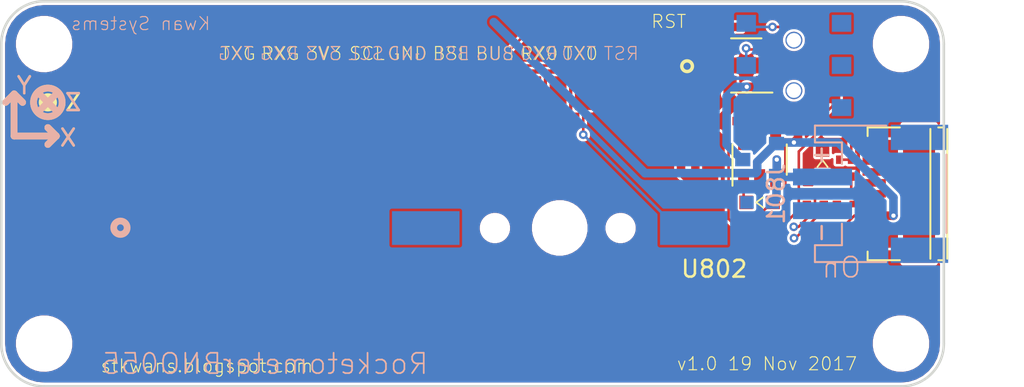
<source format=kicad_pcb>
(kicad_pcb (version 20170123) (host pcbnew no-vcs-found-84f1c8e~59~ubuntu17.04.1)
  (layers (0 Top signal) (31 Bottom signal) (34 B.Paste user hide) (35 F.Paste user hide) (36 B.SilkS user) (37 F.SilkS user) (38 B.Mask user hide) (39 F.Mask user hide) (44 Edge.Cuts user))
  (net 0 "")
  (net 1 GND)
  (net 2 VCC)
  (net 3 /Regulator/BYP)
  (net 4 /Regulator/PWR_EN)
  (net 5 /GND)
  (net 6 /VLIPO)
  (net 7 /STAT+)
  (net 8 /STAT-)
  (net 9 /PROG)
  (net 10 /VBUS)
  (net 11 /VRAW)
  (net 12 /D+)
  (net 13 /D-)
  (net 14 /USB_LIGHT-)
  (net 15 /CONN_D-)
  (net 16 /CONN_D+)
  (net 17 /CONNECT)
  (net 18 /USB_LIGHT+)
  (net 19 /ON)
  (net 20 /VBACKUP)
  (net 21 /VGPS)
  (net 22 /VCC)
  (net 23 /SDA)
  (net 24 /SCL)
  (net 25 /VS)
  (net 26 "Net-(U401-Pad10)")
  (net 27 "Net-(U401-Pad11)")
  (net 28 "Net-(U401-Pad9)")
  (net 29 /INT)
  (net 30 "Net-(U401-Pad3)")
  (module KwanSystems:SPARKFUN_JST_POWER (layer Bottom) (at 178.562 90.17 270)
    (fp_text reference J801 (at 0 5.625 270) (layer B.SilkS) (effects (justify mirror)))
    (fp_text value "JST 2mm")
    (fp_text user - (at 2.3 3 270) (layer B.SilkS) (effects (justify mirror)))
    (fp_text user + (at -2.3 3 270) (layer B.SilkS) (effects (justify mirror)))
    (fp_line (start -1.775 1.725) (end -3.05 1.725) (layer B.SilkS) (width 0.12))
    (fp_line (start -3.05 1.725) (end -3.05 3.325) (layer B.SilkS) (width 0.12))
    (fp_line (start -3.05 3.325) (end -4.05 3.325) (layer B.SilkS) (width 0.12))
    (fp_line (start -4.05 3.325) (end -4.05 -0.9) (layer B.SilkS) (width 0.12))
    (fp_line (start 4.05 -0.9) (end 4.05 3.325) (layer B.SilkS) (width 0.12))
    (fp_line (start 4.05 3.325) (end 3.05 3.325) (layer B.SilkS) (width 0.12))
    (fp_line (start 3.05 3.325) (end 3.05 1.725) (layer B.SilkS) (width 0.12))
    (fp_line (start 3.05 1.725) (end 1.775 1.725) (layer B.SilkS) (width 0.12))
    (fp_line (start -2.325 -4.475) (end 2.325 -4.475) (layer B.SilkS) (width 0.12))
    (pad + smd rect (at -1 2.875 270) (size 1 3.5) (layers Bottom B.Paste B.Mask) (net 6 /VLIPO))
    (pad - smd rect (at 1 2.875 270) (size 1 3.5) (layers Bottom B.Paste B.Mask) (net 5 /GND))
    (pad "" smd rect (at -3.35 -2.875 270) (size 1.5 3.4) (layers Bottom B.Paste B.Mask))
    (pad "" smd rect (at 3.35 -2.875 270) (size 1.5 3.4) (layers Bottom B.Paste B.Mask))
  )
  (module KwanSystems:SWITCH_DPDT_AZY0202 (layer Bottom) (at 173.99 82.55 270)
    (fp_text reference S701 hide)
    (fp_text value SPDT hide)
    (pad "" np_thru_hole circle (at -1.5 0 270) (size 1 1) (drill 0.85) (layers *.Cu *.Mask))
    (pad 4 smd rect (at -2.5 -2.825 270) (size 1 1.15) (layers Bottom B.Paste B.Mask))
    (pad 5 smd rect (at 0 -2.825 270) (size 1 1.15) (layers Bottom B.Paste B.Mask))
    (pad 3 smd rect (at 2.5 2.825 270) (size 1 1.15) (layers Bottom B.Paste B.Mask) (net 1 GND))
    (pad 6 smd rect (at 2.5 -2.825 270) (size 1 1.15) (layers Bottom B.Paste B.Mask))
    (pad 2 smd rect (at 0 2.825 270) (size 1 1.15) (layers Bottom B.Paste B.Mask) (net 4 /Regulator/PWR_EN))
    (pad 1 smd rect (at -2.5 2.825 270) (size 1 1.15) (layers Bottom B.Paste B.Mask) (net 11 /VRAW))
    (pad "" np_thru_hole circle (at 1.5 0 270) (size 1 1) (drill 0.85) (layers *.Cu *.Mask))
  )
  (module STAND-OFF-TIGHT (layer Top) (at 129.54 99.06)
    (fp_text reference JP1 hide)
    (fp_text value STAND-OFFTIGHT hide)
    (pad "" np_thru_hole circle (at 0 0) (size 3.048 3.048) (drill 3.048) (layers *.Cu))
  )
  (module STAND-OFF-TIGHT (layer Top) (at 129.54 81.28)
    (fp_text reference JP2 hide)
    (fp_text value STAND-OFFTIGHT hide)
    (pad "" np_thru_hole circle (at 0 0) (size 3.048 3.048) (drill 3.048) (layers *.Cu))
  )
  (module STAND-OFF-TIGHT (layer Top) (at 180.34 99.06)
    (fp_text reference JP4 hide)
    (fp_text value STAND-OFFTIGHT hide)
    (pad "" np_thru_hole circle (at 0 0) (size 3.048 3.048) (drill 3.048) (layers *.Cu))
  )
  (module STAND-OFF-TIGHT (layer Top) (at 180.34 81.28)
    (fp_text reference JP5 hide)
    (fp_text value STAND-OFFTIGHT hide)
    (pad "" np_thru_hole circle (at 0 0) (size 3.048 3.048) (drill 3.048) (layers *.Cu))
  )
  (module KwanSystems:SMD_0402 (layer Top) (at 173.99 82.55 180)
    (fp_text reference C704)
    (fp_text value 1uF)
    (pad 2 smd rect (at 0.55 0 180) (size 0.6 0.5) (layers Top F.Paste F.Mask) (net 1 GND))
    (pad 1 smd rect (at -0.55 0 180) (size 0.6 0.5) (layers Top F.Paste F.Mask) (net 11 /VRAW))
  )
  (module KwanSystems:SMD_0402 (layer Top) (at 171.196 80.264)
    (fp_text reference C714)
    (fp_text value 100nF)
    (pad 2 smd rect (at 0.55 0) (size 0.6 0.5) (layers Top F.Paste F.Mask) (net 1 GND))
    (pad 1 smd rect (at -0.55 0) (size 0.6 0.5) (layers Top F.Paste F.Mask) (net 3 /Regulator/BYP))
  )
  (module KwanSystems:SMD_0402 (layer Top) (at 171.196 84.836)
    (fp_text reference C715)
    (fp_text value 4.7nF)
    (pad 2 smd rect (at 0.55 0) (size 0.6 0.5) (layers Top F.Paste F.Mask) (net 1 GND))
    (pad 1 smd rect (at -0.55 0) (size 0.6 0.5) (layers Top F.Paste F.Mask) (net 2 VCC))
  )
  (module TO_SOT_Packages_SMD:SOT-23-5 (layer Top) (at 171.165 82.55 180)
    (fp_text reference U701)
    (fp_text value 3.3V)
    (fp_line (start -0.9 1.61) (end 0.9 1.61) (layer F.SilkS) (width 0.12))
    (fp_line (start 0.9 -1.61) (end -1.55 -1.61) (layer F.SilkS) (width 0.12))
    (pad 1 smd rect (at -1.1 -0.95 180) (size 1.06 0.65) (layers Top F.Paste F.Mask) (net 11 /VRAW))
    (pad 2 smd rect (at -1.1 0 180) (size 1.06 0.65) (layers Top F.Paste F.Mask) (net 1 GND))
    (pad 3 smd rect (at -1.1 0.95 180) (size 1.06 0.65) (layers Top F.Paste F.Mask) (net 4 /Regulator/PWR_EN))
    (pad 4 smd rect (at 1.1 0.95 180) (size 1.06 0.65) (layers Top F.Paste F.Mask) (net 3 /Regulator/BYP))
    (pad 5 smd rect (at 1.1 -0.95 180) (size 1.06 0.65) (layers Top F.Paste F.Mask) (net 2 VCC))
  )
  (module KwanSystems:Axis (layer Top) (at 127.762 86.741)
    (fp_text reference U599 hide)
    (fp_text value FGPMMOPA6H hide)
    (fp_line (start -0.5 -2) (end 0 -2.5) (layer F.SilkS) (width 0.4))
    (fp_line (start 0 -2.5) (end 0.5 -2) (layer F.SilkS) (width 0.4))
    (fp_line (start 0.5 -2) (end 0 -2.5) (layer F.SilkS) (width 0.4))
    (fp_line (start 0 -2.5) (end 0 0) (layer F.SilkS) (width 0.4))
    (fp_line (start 0 0) (end 2.5 0) (layer F.SilkS) (width 0.4))
    (fp_line (start 2.5 0) (end 2 -0.5) (layer F.SilkS) (width 0.4))
    (fp_line (start 2 -0.5) (end 2.5 0) (layer F.SilkS) (width 0.4))
    (fp_line (start 2.5 0) (end 2 0.5) (layer F.SilkS) (width 0.4))
    (fp_text user Y (at 0.6 -3) (layer F.SilkS))
    (fp_text user X (at 3.2 0.1) (layer F.SilkS))
    (fp_circle (center 2 -2) (end 2.6 -1.4) (layer F.SilkS) (width 0.4))
    (fp_circle (center 2 -2) (end 2.1 -1.9) (layer F.SilkS) (width 0.4))
    (fp_text user Z (at 3.5 -2) (layer F.SilkS))
    (fp_line (start -0.5 -2) (end 0 -2.5) (layer B.SilkS) (width 0.4))
    (fp_line (start 0 -2.5) (end 0.5 -2) (layer B.SilkS) (width 0.4))
    (fp_line (start 0.5 -2) (end 0 -2.5) (layer B.SilkS) (width 0.4))
    (fp_line (start 0 -2.5) (end 0 0) (layer B.SilkS) (width 0.4))
    (fp_line (start 0 0) (end 2.5 0) (layer B.SilkS) (width 0.4))
    (fp_line (start 2.5 0) (end 2 -0.5) (layer B.SilkS) (width 0.4))
    (fp_line (start 2 -0.5) (end 2.5 0) (layer B.SilkS) (width 0.4))
    (fp_line (start 2.5 0) (end 2 0.5) (layer B.SilkS) (width 0.4))
    (fp_text user X (at 3.2 0.1) (layer B.SilkS) (effects (justify mirror)))
    (fp_text user Y (at 0.6 -3) (layer B.SilkS) (effects (justify mirror)))
    (fp_text user Z (at 3.5 -2) (layer B.SilkS) (effects (justify mirror)))
    (fp_circle (center 2 -2) (end 2.6 -1.4) (layer B.SilkS) (width 0.4))
    (fp_line (start 1.4 -2.6) (end 2.6 -1.4) (layer B.SilkS) (width 0.4))
    (fp_line (start 2.6 -2.6) (end 1.4 -1.4) (layer B.SilkS) (width 0.4))
  )
  (module KwanSystems:SMD_0603 (layer Top) (at 173.482 85.852 180)
    (fp_text reference C802)
    (fp_text value 4.7uF)
    (pad 1 smd rect (at -0.75 0 180) (size 0.8 0.75) (layers Top F.Paste F.Mask) (net 10 /VBUS))
    (pad 2 smd rect (at 0.75 0 180) (size 0.8 0.75) (layers Top F.Paste F.Mask) (net 5 /GND))
  )
  (module KwanSystems:SMD_0603 (layer Bottom) (at 171.958 90.678 180)
    (fp_text reference C803)
    (fp_text value 4.7uF)
    (pad 2 smd rect (at 0.75 0 180) (size 0.8 0.75) (layers Bottom B.Paste B.Mask) (net 5 /GND))
    (pad 1 smd rect (at -0.75 0 180) (size 0.8 0.75) (layers Bottom B.Paste B.Mask) (net 6 /VLIPO))
  )
  (module KwanSystems:D_0603 (layer Top) (at 171.958 90.678)
    (fp_text reference D801)
    (fp_text value YELLOW)
    (fp_line (start -0.2 0) (end 0.2 -0.3) (layer F.SilkS) (width 0.1))
    (fp_line (start 0.2 0.3) (end -0.2 0) (layer F.SilkS) (width 0.1))
    (pad 2 smd rect (at 0.8 0 180) (size 0.8 0.8) (layers Top F.Paste F.Mask) (net 7 /STAT+))
    (pad 1 smd rect (at -0.8 0 180) (size 0.8 0.8) (layers Top F.Paste F.Mask) (net 8 /STAT-))
  )
  (module KwanSystems:SOT-23 (layer Bottom) (at 171.958 88.138 180)
    (fp_text reference D802 hide)
    (fp_text value DCC)
    (pad 1 smd rect (at -1 0.95 180) (size 0.9 0.8) (layers Bottom B.Paste B.Mask) (net 10 /VBUS))
    (pad 2 smd rect (at -1 -0.95 180) (size 0.9 0.8) (layers Bottom B.Paste B.Mask) (net 6 /VLIPO))
    (pad 3 smd rect (at 1 0 180) (size 0.9 0.8) (layers Bottom B.Paste B.Mask) (net 11 /VRAW))
  )
  (module KwanSystems:SMD_0402 (layer Top) (at 171.196 85.852 180)
    (fp_text reference R801)
    (fp_text value 10k)
    (pad 1 smd rect (at -0.55 0 180) (size 0.6 0.5) (layers Top F.Paste F.Mask) (net 5 /GND))
    (pad 2 smd rect (at 0.55 0 180) (size 0.6 0.5) (layers Top F.Paste F.Mask) (net 9 /PROG))
  )
  (module KwanSystems:SMD_0402 (layer Top) (at 171.916 91.948 180)
    (fp_text reference R804)
    (fp_text value 1.5k)
    (pad 2 smd rect (at 0.55 0 180) (size 0.6 0.5) (layers Top F.Paste F.Mask) (net 7 /STAT+))
    (pad 1 smd rect (at -0.55 0 180) (size 0.6 0.5) (layers Top F.Paste F.Mask) (net 10 /VBUS))
  )
  (module TO_SOT_Packages_SMD:SOT-23-5 (layer Top) (at 171.958 88.138 90)
    (fp_text reference U801 hide)
    (fp_text value MCP73831)
    (fp_line (start 0.9 -1.61) (end -1.55 -1.61) (layer F.SilkS) (width 0.12))
    (fp_line (start -0.9 1.61) (end 0.9 1.61) (layer F.SilkS) (width 0.12))
    (pad 5 smd rect (at 1.1 -0.95 90) (size 1.06 0.65) (layers Top F.Paste F.Mask) (net 9 /PROG))
    (pad 4 smd rect (at 1.1 0.95 90) (size 1.06 0.65) (layers Top F.Paste F.Mask) (net 10 /VBUS))
    (pad 3 smd rect (at -1.1 0.95 90) (size 1.06 0.65) (layers Top F.Paste F.Mask) (net 6 /VLIPO))
    (pad 2 smd rect (at -1.1 0 90) (size 1.06 0.65) (layers Top F.Paste F.Mask) (net 5 /GND))
    (pad 1 smd rect (at -1.1 -0.95 90) (size 1.06 0.65) (layers Top F.Paste F.Mask) (net 8 /STAT-))
  )
  (module KwanSystems:R_Array_Convex_2x0402 (layer Top) (at 175.26 90.424 180)
    (fp_text reference C623)
    (fp_text value 22pF)
    (pad 4 smd rect (at 0.5 -0.35 180) (size 0.5 0.4) (layers Top F.Paste F.Mask) (net 5 /GND))
    (pad 3 smd rect (at 0.5 0.35 180) (size 0.5 0.4) (layers Top F.Paste F.Mask) (net 5 /GND))
    (pad 2 smd rect (at -0.5 0.35 180) (size 0.5 0.4) (layers Top F.Paste F.Mask) (net 12 /D+))
    (pad 1 smd rect (at -0.5 -0.35 180) (size 0.5 0.4) (layers Top F.Paste F.Mask) (net 13 /D-))
  )
  (module KwanSystems:D_0603 (layer Top) (at 175.687 88.37 270)
    (fp_text reference D650)
    (fp_text value BLUE)
    (fp_line (start -0.2 0) (end 0.2 -0.3) (layer F.SilkS) (width 0.1))
    (fp_line (start 0.2 0.3) (end -0.2 0) (layer F.SilkS) (width 0.1))
    (pad 2 smd rect (at 0.8 0 90) (size 0.8 0.8) (layers Top F.Paste F.Mask) (net 14 /USB_LIGHT-))
    (pad 1 smd rect (at -0.8 0 90) (size 0.8 0.8) (layers Top F.Paste F.Mask) (net 5 /GND))
  )
  (module KwanSystems:SOT-23 (layer Top) (at 177.292 85.344)
    (fp_text reference Q650 hide)
    (fp_text value PMOS)
    (pad 1 smd rect (at -1 -0.95) (size 0.9 0.8) (layers Top F.Paste F.Mask) (net 17 /CONNECT))
    (pad 2 smd rect (at -1 0.95) (size 0.9 0.8) (layers Top F.Paste F.Mask))
    (pad 3 smd rect (at 1 0) (size 0.9 0.8) (layers Top F.Paste F.Mask) (net 18 /USB_LIGHT+))
  )
  (module KwanSystems:SMD_0402 (layer Top) (at 177.292 93.218 270)
    (fp_text reference R611)
    (fp_text value 22k)
    (pad 2 smd rect (at 0.55 0 270) (size 0.6 0.5) (layers Top F.Paste F.Mask) (net 19 /ON))
    (pad 1 smd rect (at -0.55 0 270) (size 0.6 0.5) (layers Top F.Paste F.Mask) (net 5 /GND))
  )
  (module KwanSystems:R_Array_Convex_2x0402 (layer Top) (at 177.038 90.424)
    (fp_text reference R623)
    (fp_text value 33)
    (pad 1 smd rect (at -0.5 -0.35) (size 0.5 0.4) (layers Top F.Paste F.Mask) (net 12 /D+))
    (pad 2 smd rect (at -0.5 0.35) (size 0.5 0.4) (layers Top F.Paste F.Mask) (net 13 /D-))
    (pad 3 smd rect (at 0.5 0.35) (size 0.5 0.4) (layers Top F.Paste F.Mask) (net 15 /CONN_D-))
    (pad 4 smd rect (at 0.5 -0.35) (size 0.5 0.4) (layers Top F.Paste F.Mask) (net 16 /CONN_D+))
  )
  (module KwanSystems:R_Array_Convex_2x0402 (layer Top) (at 177.038 88.646 270)
    (fp_text reference R650)
    (fp_text value 1.5k)
    (pad 4 smd rect (at 0.5 -0.35 270) (size 0.5 0.4) (layers Top F.Paste F.Mask) (net 16 /CONN_D+))
    (pad 3 smd rect (at 0.5 0.35 270) (size 0.5 0.4) (layers Top F.Paste F.Mask) (net 14 /USB_LIGHT-))
    (pad 2 smd rect (at -0.5 0.35 270) (size 0.5 0.4) (layers Top F.Paste F.Mask) (net 18 /USB_LIGHT+))
    (pad 1 smd rect (at -0.5 -0.35 270) (size 0.5 0.4) (layers Top F.Paste F.Mask) (net 18 /USB_LIGHT+))
  )
  (module KwanSystems:R_Array_Convex_2x0402 (layer Top) (at 176.022 93.218 90)
    (fp_text reference R651)
    (fp_text value 10k)
    (pad 1 smd rect (at -0.5 -0.35 90) (size 0.5 0.4) (layers Top F.Paste F.Mask) (net 2 VCC))
    (pad 2 smd rect (at -0.5 0.35 90) (size 0.5 0.4) (layers Top F.Paste F.Mask) (net 19 /ON))
    (pad 3 smd rect (at 0.5 0.35 90) (size 0.5 0.4) (layers Top F.Paste F.Mask) (net 10 /VBUS))
    (pad 4 smd rect (at 0.5 -0.35 90) (size 0.5 0.4) (layers Top F.Paste F.Mask) (net 17 /CONNECT))
  )
  (module KwanSystems:USB_Micro-B_Molex_47346-0001 (layer Top) (at 182.88 90.17 180)
    (fp_text reference J601)
    (fp_text value USB_MICROB)
    (fp_line (start 4.52 3.94) (end 4.52 3.43) (layer F.SilkS) (width 0.12))
    (fp_line (start 0.33 3.94) (end 0.07 3.94) (layer F.SilkS) (width 0.12))
    (fp_line (start 4.52 3.94) (end 2.61 3.94) (layer F.SilkS) (width 0.12))
    (fp_line (start 4.52 -3.94) (end 4.52 -3.43) (layer F.SilkS) (width 0.12))
    (fp_line (start 2.61 -3.94) (end 4.52 -3.94) (layer F.SilkS) (width 0.12))
    (fp_line (start 0.07 -3.94) (end 0.33 -3.94) (layer F.SilkS) (width 0.12))
    (fp_line (start 0.8 -3.85) (end 0.8 3.85) (layer F.SilkS) (width 0.12))
    (fp_line (start -0.2 -3.85) (end -0.2 3.85) (layer F.SilkS) (width 0.12))
    (pad 1 smd rect (at 4.13 -1.3 180) (size 1.38 0.45) (layers Top F.Paste F.Mask) (net 10 /VBUS))
    (pad 2 smd rect (at 4.13 -0.65 180) (size 1.38 0.45) (layers Top F.Paste F.Mask) (net 15 /CONN_D-))
    (pad 3 smd rect (at 4.13 0 180) (size 1.38 0.45) (layers Top F.Paste F.Mask) (net 16 /CONN_D+))
    (pad 4 smd rect (at 4.13 0.65 180) (size 1.38 0.45) (layers Top F.Paste F.Mask))
    (pad 5 smd rect (at 4.13 1.3 180) (size 1.38 0.45) (layers Top F.Paste F.Mask) (net 5 /GND))
    (pad 6 smd rect (at 3.77 -2.4625 180) (size 2.1 1.475) (layers Top F.Paste F.Mask) (net 5 /GND))
    (pad 6 smd rect (at 3.77 2.4625 180) (size 2.1 1.475) (layers Top F.Paste F.Mask) (net 5 /GND))
    (pad 6 smd rect (at 1.47 -2.91 180) (size 1.9 2.375) (layers Top F.Paste F.Mask) (net 5 /GND))
    (pad 6 smd rect (at 1.47 2.91 180) (size 1.9 2.375) (layers Top F.Paste F.Mask) (net 5 /GND))
    (pad 6 smd rect (at 1.47 -0.84 180) (size 1.9 1.175) (layers Top F.Paste F.Mask) (net 5 /GND))
    (pad 6 smd rect (at 1.47 0.84 180) (size 1.9 1.175) (layers Top F.Paste F.Mask) (net 5 /GND))
  )
  (module KwanSystems:CR1220-2 (layer Bottom) (at 159.766 92.202)
    (fp_text reference B504)
    (fp_text value Coin_Cell)
    (pad "" np_thru_hole circle (at 3.95 0) (size 1.5 1.5) (drill 1.5) (layers *.Cu))
    (pad "" np_thru_hole circle (at -3.5 0) (size 1.5 1.5) (drill 1.5) (layers *.Cu))
    (pad - smd rect (at -7.6 0) (size 4 2) (layers Bottom B.Paste B.Mask) (net 5 /GND))
    (pad + smd rect (at 8.29 0) (size 4 2) (layers Bottom B.Paste B.Mask) (net 20 /VBACKUP))
  )
  (module KwanSystems:SMD_0402 (layer Top) (at 168.148 87.884 90)
    (fp_text reference C501)
    (fp_text value 100nF)
    (pad 2 smd rect (at 0.55 0 90) (size 0.6 0.5) (layers Top F.Paste F.Mask) (net 21 /VGPS))
    (pad 1 smd rect (at -0.55 0 90) (size 0.6 0.5) (layers Top F.Paste F.Mask) (net 5 /GND))
  )
  (module KwanSystems:SMD_1206 (layer Top) (at 168.656 90.932 90)
    (fp_text reference C503 hide)
    (fp_text value 10uF)
    (pad 2 smd rect (at 1.45 0 90) (size 0.9 1.7) (layers Top F.Paste F.Mask) (net 21 /VGPS))
    (pad 1 smd rect (at -1.45 0 90) (size 0.9 1.7) (layers Top F.Paste F.Mask) (net 5 /GND))
  )
  (module KwanSystems:SMD_0805 (layer Top) (at 168.402 85.09 90)
    (fp_text reference L501)
    (fp_text value Ferrite)
    (pad 1 smd rect (at -1 0 90) (size 1 1.25) (layers Top F.Paste F.Mask) (net 2 VCC))
    (pad 2 smd rect (at 1 0 90) (size 1 1.25) (layers Top F.Paste F.Mask) (net 21 /VGPS))
  )
  (module KwanSystems:FGPMMOPA6H (layer Top) (at 159.258 91.694 270)
    (fp_text reference U501 hide)
    (fp_text value FGPMMOPA6H hide)
    (fp_circle (center -9.1 -8.4) (end -8.7838 -8.4) (layer F.SilkS) (width 0.2032))
    (pad "" np_thru_hole circle (at 0.5 -0.85 270) (size 3 3) (drill 3) (layers *.Cu))
    (pad 20 smd rect (at 7.5 -6.75 90) (size 2 1) (layers Top F.Paste F.Mask))
    (pad 19 smd rect (at 7.5 -5.25 90) (size 2 1) (layers Top F.Paste F.Mask) (net 5 /GND))
    (pad 18 smd rect (at 7.5 -3.75 90) (size 2 1) (layers Top F.Paste F.Mask))
    (pad 17 smd rect (at 7.5 -2.25 90) (size 2 1) (layers Top F.Paste F.Mask))
    (pad 16 smd rect (at 7.5 -0.75 90) (size 2 1) (layers Top F.Paste F.Mask))
    (pad 15 smd rect (at 7.5 0.75 90) (size 2 1) (layers Top F.Paste F.Mask))
    (pad 14 smd rect (at 7.5 2.25 90) (size 2 1) (layers Top F.Paste F.Mask))
    (pad 13 smd rect (at 7.5 3.75 90) (size 2 1) (layers Top F.Paste F.Mask))
    (pad 12 smd rect (at 7.5 5.25 90) (size 2 1) (layers Top F.Paste F.Mask) (net 5 /GND))
    (pad 11 smd rect (at 7.5 6.75 90) (size 2 1) (layers Top F.Paste F.Mask))
    (pad 10 smd rect (at -7.5 6.75 270) (size 2 1) (layers Top F.Paste F.Mask))
    (pad 9 smd rect (at -7.5 5.25 270) (size 2 1) (layers Top F.Paste F.Mask))
    (pad 8 smd rect (at -7.5 3.75 270) (size 2 1) (layers Top F.Paste F.Mask) (net 5 /GND))
    (pad 7 smd rect (at -7.5 2.25 270) (size 2 1) (layers Top F.Paste F.Mask))
    (pad 6 smd rect (at -7.5 0.75 270) (size 2 1) (layers Top F.Paste F.Mask))
    (pad 5 smd rect (at -7.5 -0.75 270) (size 2 1) (layers Top F.Paste F.Mask))
    (pad 4 smd rect (at -7.5 -2.25 270) (size 2 1) (layers Top F.Paste F.Mask) (net 20 /VBACKUP))
    (pad 3 smd rect (at -7.5 -3.75 270) (size 2 1) (layers Top F.Paste F.Mask) (net 5 /GND))
    (pad 2 smd rect (at -7.5 -5.25 270) (size 2 1) (layers Top F.Paste F.Mask))
    (pad 1 smd rect (at -7.5 -6.75 270) (size 2 1) (layers Top F.Paste F.Mask) (net 21 /VGPS))
  )
  (module KwanSystems:SMD_0603 (layer Top) (at 172.212 96.774 180)
    (fp_text reference C806)
    (fp_text value 100nF)
    (pad 1 smd rect (at -0.75 0 180) (size 0.8 0.75) (layers Top F.Paste F.Mask) (net 5 /GND))
    (pad 2 smd rect (at 0.75 0 180) (size 0.8 0.75) (layers Top F.Paste F.Mask) (net 22 /VCC))
  )
  (module KwanSystems:SMD_0603 (layer Top) (at 172.212 98.298 180)
    (fp_text reference C808)
    (fp_text value 100nF)
    (pad 2 smd rect (at 0.75 0 180) (size 0.8 0.75) (layers Top F.Paste F.Mask) (net 22 /VCC))
    (pad 1 smd rect (at -0.75 0 180) (size 0.8 0.75) (layers Top F.Paste F.Mask) (net 5 /GND))
  )
  (module KwanSystems:BME280 (layer Top) (at 169.214022 97.130144 180)
    (fp_text reference U802 (at -0.05 2.5 180) (layer F.SilkS))
    (fp_text value BME280)
    (pad 2 smd rect (at 1.025 -0.325 180) (size 0.5 0.35) (layers Top F.Paste F.Mask) (net 22 /VCC))
    (pad 8 smd rect (at -1.025 -0.975 180) (size 0.5 0.35) (layers Top F.Paste F.Mask) (net 22 /VCC))
    (pad 3 smd rect (at 1.025 0.325 180) (size 0.5 0.35) (layers Top F.Paste F.Mask) (net 23 /SDA))
    (pad 1 smd rect (at 1.025 -0.975 180) (size 0.5 0.35) (layers Top F.Paste F.Mask) (net 5 /GND))
    (pad 4 smd rect (at 1.025 0.975 180) (size 0.5 0.35) (layers Top F.Paste F.Mask) (net 24 /SCL))
    (pad 5 smd rect (at -1.025 0.975 180) (size 0.5 0.35) (layers Top F.Paste F.Mask) (net 5 /GND))
    (pad 7 smd rect (at -1.025 -0.325 180) (size 0.5 0.35) (layers Top F.Paste F.Mask) (net 5 /GND))
    (pad 6 smd rect (at -1.025 0.325 180) (size 0.5 0.35) (layers Top F.Paste F.Mask) (net 22 /VCC))
  )
  (module KwanSystems:SMD_0402 (layer Bottom) (at 132.842 92.71 180)
    (fp_text reference C401)
    (fp_text value 100nF)
    (pad 2 smd rect (at 0.55 0 180) (size 0.6 0.5) (layers Bottom B.Paste B.Mask) (net 5 /GND))
    (pad 1 smd rect (at -0.55 0 180) (size 0.6 0.5) (layers Bottom B.Paste B.Mask) (net 22 /VCC))
  )
  (module KwanSystems:SMD_0402 (layer Bottom) (at 129.286 92.71)
    (fp_text reference C405)
    (fp_text value 100nF)
    (pad 1 smd rect (at -0.55 0) (size 0.6 0.5) (layers Bottom B.Paste B.Mask) (net 25 /VS))
    (pad 2 smd rect (at 0.55 0) (size 0.6 0.5) (layers Bottom B.Paste B.Mask) (net 5 /GND))
  )
  (module KwanSystems:SMD_0402 (layer Bottom) (at 129.286 93.726)
    (fp_text reference C406)
    (fp_text value 1uF)
    (pad 2 smd rect (at 0.55 0) (size 0.6 0.5) (layers Bottom B.Paste B.Mask) (net 5 /GND))
    (pad 1 smd rect (at -0.55 0) (size 0.6 0.5) (layers Bottom B.Paste B.Mask) (net 25 /VS))
  )
  (module KwanSystems:SMD_0402 (layer Bottom) (at 129.286 94.742 180)
    (fp_text reference R406)
    (fp_text value 100)
    (pad 1 smd rect (at -0.55 0 180) (size 0.6 0.5) (layers Bottom B.Paste B.Mask) (net 22 /VCC))
    (pad 2 smd rect (at 0.55 0 180) (size 0.6 0.5) (layers Bottom B.Paste B.Mask) (net 25 /VS))
  )
  (module KwanSystems:ADXL375 (layer Bottom) (at 131.064 90.182873)
    (fp_text reference U401)
    (fp_text value ADXL375)
    (fp_circle (center 3 2) (end 3 1.6) (layer B.SilkS) (width 0.4))
    (pad 13 smd rect (at 2 -1.0975 90) (size 1.145 0.55) (layers Bottom B.Paste B.Mask) (net 23 /SDA))
    (pad 12 smd rect (at 1.2 -1.0975 90) (size 1.145 0.55) (layers Bottom B.Paste B.Mask) (net 5 /GND))
    (pad 10 smd rect (at -0.4 -1.0975 90) (size 1.145 0.55) (layers Bottom B.Paste B.Mask) (net 26 "Net-(U401-Pad10)"))
    (pad 11 smd rect (at 0.4 -1.0975 90) (size 1.145 0.55) (layers Bottom B.Paste B.Mask) (net 27 "Net-(U401-Pad11)"))
    (pad 9 smd rect (at -1.2 -1.0975 90) (size 1.145 0.55) (layers Bottom B.Paste B.Mask) (net 28 "Net-(U401-Pad9)"))
    (pad 8 smd rect (at -2 -1.0975 90) (size 1.145 0.55) (layers Bottom B.Paste B.Mask) (net 29 /INT))
    (pad 1 smd rect (at 2 1.0975 90) (size 1.145 0.55) (layers Bottom B.Paste B.Mask) (net 22 /VCC))
    (pad 2 smd rect (at 1.2 1.0975 90) (size 1.145 0.55) (layers Bottom B.Paste B.Mask) (net 5 /GND))
    (pad 3 smd rect (at 0.4 1.0975 90) (size 1.145 0.55) (layers Bottom B.Paste B.Mask) (net 30 "Net-(U401-Pad3)"))
    (pad 4 smd rect (at -0.4 1.0975 90) (size 1.145 0.55) (layers Bottom B.Paste B.Mask) (net 5 /GND))
    (pad 5 smd rect (at -1.2 1.0975 90) (size 1.145 0.55) (layers Bottom B.Paste B.Mask) (net 5 /GND))
    (pad 6 smd rect (at -2 1.0975 90) (size 1.145 0.55) (layers Bottom B.Paste B.Mask) (net 25 /VS))
    (pad 7 smd rect (at -2.0975 0) (size 1.145 0.55) (layers Bottom B.Paste B.Mask) (net 22 /VCC))
    (pad 14 smd rect (at 2.0975 0) (size 1.145 0.55) (layers Bottom B.Paste B.Mask) (net 24 /SCL))
  )
  (gr_text RST (at 164.846 82.296) (layer B.SilkS) (effects (font (size 0.77216 0.77216) (thickness 0.065024)) (justify left bottom mirror)))
  (gr_text TX0 (at 162.306 82.296) (layer B.SilkS) (effects (font (size 0.77216 0.77216) (thickness 0.065024)) (justify left bottom mirror)))
  (gr_text RX0 (at 160.02 82.296) (layer B.SilkS) (effects (font (size 0.77216 0.77216) (thickness 0.065024)) (justify left bottom mirror)))
  (gr_text BUS (at 157.48 82.296) (layer B.SilkS) (effects (font (size 0.77216 0.77216) (thickness 0.065024)) (justify left bottom mirror)))
  (gr_text BSL (at 154.813 82.296) (layer B.SilkS) (effects (font (size 0.77216 0.77216) (thickness 0.065024)) (justify left bottom mirror)))
  (gr_text GND (at 152.273 82.296) (layer B.SilkS) (effects (font (size 0.77216 0.77216) (thickness 0.065024)) (justify left bottom mirror)))
  (gr_text SCL (at 149.733 82.296) (layer B.SilkS) (effects (font (size 0.77216 0.77216) (thickness 0.065024)) (justify left bottom mirror)))
  (gr_text 3V3 (at 147.193 82.296) (layer B.SilkS) (effects (font (size 0.77216 0.77216) (thickness 0.065024)) (justify left bottom mirror)))
  (gr_text RXG (at 144.653 82.296) (layer B.SilkS) (effects (font (size 0.77216 0.77216) (thickness 0.065024)) (justify left bottom mirror)))
  (gr_text TXG (at 141.986 82.296) (layer B.SilkS) (effects (font (size 0.77216 0.77216) (thickness 0.065024)) (justify left bottom mirror)))
  (gr_text TXG (at 139.954 82.296) (layer F.SilkS) (effects (font (size 0.77216 0.77216) (thickness 0.065024)) (justify left bottom)))
  (gr_text RXG (at 142.367 82.296) (layer F.SilkS) (effects (font (size 0.77216 0.77216) (thickness 0.065024)) (justify left bottom)))
  (gr_text RST (at 165.481 80.391) (layer F.SilkS) (effects (font (size 0.77216 0.77216) (thickness 0.065024)) (justify left bottom)))
  (gr_text TX0 (at 160.274 82.296) (layer F.SilkS) (effects (font (size 0.77216 0.77216) (thickness 0.065024)) (justify left bottom)))
  (gr_line (start 129.54 78.74) (end 180.34 78.74) (layer Edge.Cuts) (width 0.15))
  (gr_line (start 182.88 81.28) (end 182.88 99.06) (layer Edge.Cuts) (width 0.15))
  (gr_arc (start 180.34 99.06) (end 182.88 99.06) (angle 90) (layer Edge.Cuts) (width 0.15))
  (gr_line (start 180.34 101.6) (end 129.54 101.6) (layer Edge.Cuts) (width 0.15))
  (gr_arc (start 129.54 99.06) (end 129.54 101.6) (angle 90) (layer Edge.Cuts) (width 0.15))
  (gr_line (start 127 99.06) (end 127 81.28) (layer Edge.Cuts) (width 0.15))
  (gr_arc (start 129.54 81.28) (end 127 81.28) (angle 90) (layer Edge.Cuts) (width 0.15))
  (gr_text On (at 178.054 95.25) (layer B.SilkS) (effects (font (size 1.2065 1.2065) (thickness 0.1016)) (justify left bottom mirror)))
  (gr_text BSL (at 152.527 82.296) (layer F.SilkS) (effects (font (size 0.77216 0.77216) (thickness 0.065024)) (justify left bottom)))
  (gr_text RX0 (at 157.734 82.296) (layer F.SilkS) (effects (font (size 0.77216 0.77216) (thickness 0.065024)) (justify left bottom)))
  (gr_text GND (at 149.86 82.296) (layer F.SilkS) (effects (font (size 0.77216 0.77216) (thickness 0.065024)) (justify left bottom)))
  (gr_text RocketometerBNO055 (at 152.4 100.965) (layer B.SilkS) (effects (font (size 1.2065 1.2065) (thickness 0.1016)) (justify left bottom mirror)))
  (gr_text "v1.0 19 Nov 2017" (at 167.005 100.711) (layer F.SilkS) (effects (font (size 0.77216 0.77216) (thickness 0.065024)) (justify left bottom)))
  (gr_text "Kwan Systems" (at 139.446 80.518) (layer B.SilkS) (effects (font (size 0.77216 0.77216) (thickness 0.065024)) (justify left bottom mirror)))
  (gr_text stkwans.blogspot.com (at 132.842 100.838) (layer F.SilkS) (effects (font (size 0.77216 0.77216) (thickness 0.065024)) (justify left bottom)))
  (gr_text SCL (at 147.574 82.296) (layer F.SilkS) (effects (font (size 0.77216 0.77216) (thickness 0.065024)) (justify left bottom)))
  (gr_text BUS (at 155.067 82.296) (layer F.SilkS) (effects (font (size 0.77216 0.77216) (thickness 0.065024)) (justify left bottom)))
  (gr_text 3V3 (at 145.034 82.296) (layer F.SilkS) (effects (font (size 0.77216 0.77216) (thickness 0.065024)) (justify left bottom)))
  (gr_arc (start 180.34 81.28) (end 180.34 78.74) (angle 90) (layer Edge.Cuts) (width 0.15))
  (segment (start 169.535 86.09) (end 170.117399 86.672399) (width 0.1524) (layer Top) (net 2))
  (segment (start 170.117399 86.672399) (end 170.117399 91.660881) (width 0.1524) (layer Top) (net 2))
  (segment (start 169.541853 85.817864) (end 169.541853 86.083147) (width 0.508) (layer Top) (net 2))
  (segment (start 169.541853 86.083147) (end 169.535 86.09) (width 0.508) (layer Top) (net 2))
  (segment (start 169.535 86.09) (end 168.402 86.09) (width 0.508) (layer Top) (net 2))
  (segment (start 170.523717 84.836) (end 169.541853 85.817864) (width 0.508) (layer Top) (net 2))
  (segment (start 170.646 84.836) (end 170.523717 84.836) (width 0.508) (layer Top) (net 2))
  (segment (start 170.646 84.836) (end 170.596 84.836) (width 0.1524) (layer Top) (net 2))
  (segment (start 172.226842 93.770324) (end 175.352041 93.770324) (width 0.1524) (layer Top) (net 2))
  (segment (start 175.352647 93.77093) (end 175.61907 93.77093) (width 0.1524) (layer Top) (net 2))
  (segment (start 170.117399 91.660881) (end 172.226842 93.770324) (width 0.1524) (layer Top) (net 2))
  (segment (start 175.352041 93.770324) (end 175.352647 93.77093) (width 0.1524) (layer Top) (net 2))
  (segment (start 175.61907 93.77093) (end 175.672 93.718) (width 0.1524) (layer Top) (net 2))
  (segment (start 170.065 83.5) (end 170.065 84.255) (width 0.508) (layer Top) (net 2))
  (segment (start 170.065 84.255) (end 170.646 84.836) (width 0.508) (layer Top) (net 2))
  (segment (start 165.165094 88.944401) (end 156.196563 79.97587) (width 0.508) (layer Bottom) (net 10))
  (segment (start 172.958 87.188) (end 172.908 87.188) (width 0.508) (layer Bottom) (net 10))
  (segment (start 172.908 87.188) (end 171.814401 88.281599) (width 0.508) (layer Bottom) (net 10))
  (segment (start 171.814401 88.281599) (end 171.814401 88.863121) (width 0.508) (layer Bottom) (net 10))
  (segment (start 171.814401 88.863121) (end 171.733121 88.944401) (width 0.508) (layer Bottom) (net 10))
  (segment (start 171.733121 88.944401) (end 165.165094 88.944401) (width 0.508) (layer Bottom) (net 10))
  (segment (start 179.891491 91.465778) (end 179.891491 90.392969) (width 0.508) (layer Bottom) (net 10))
  (segment (start 179.891491 90.392969) (end 176.620522 87.122) (width 0.508) (layer Bottom) (net 10))
  (segment (start 178.75 91.47) (end 179.887269 91.47) (width 0.508) (layer Top) (net 10))
  (segment (start 179.887269 91.47) (end 179.891491 91.465778) (width 0.508) (layer Top) (net 10))
  (via (at 179.891491 91.465778) (size 0.508) (drill 0.254) (layers Top Bottom) (net 10))
  (segment (start 178.75 91.47) (end 177.57 91.47) (width 0.1524) (layer Top) (net 10))
  (segment (start 177.57 91.47) (end 176.372 92.668) (width 0.1524) (layer Top) (net 10))
  (segment (start 176.372 92.668) (end 176.372 92.718) (width 0.1524) (layer Top) (net 10))
  (segment (start 176.620522 87.122) (end 174.34921 87.122) (width 0.508) (layer Bottom) (net 10))
  (segment (start 174.34921 87.122) (end 173.99 87.122) (width 0.508) (layer Bottom) (net 10))
  (segment (start 172.466 91.948) (end 172.9184 91.948) (width 0.1524) (layer Top) (net 10))
  (segment (start 172.9184 91.948) (end 173.482 91.3844) (width 0.1524) (layer Top) (net 10))
  (segment (start 173.482 91.3844) (end 173.482 87.122) (width 0.1524) (layer Top) (net 10))
  (segment (start 174.54 82.55) (end 174.54 82.1476) (width 0.1524) (layer Top) (net 11))
  (segment (start 174.54 82.1476) (end 174.718601 81.968999) (width 0.1524) (layer Top) (net 11))
  (segment (start 174.718601 81.968999) (end 174.718601 80.700271) (width 0.1524) (layer Top) (net 11))
  (segment (start 174.718601 80.700271) (end 174.28233 80.264) (width 0.1524) (layer Top) (net 11))
  (segment (start 174.28233 80.264) (end 173.07921 80.264) (width 0.1524) (layer Top) (net 11))
  (segment (start 173.07921 80.264) (end 172.72 80.264) (width 0.1524) (layer Top) (net 11))
  (segment (start 172.265 83.5) (end 172.265 83.666474) (width 0.508) (layer Top) (net 11))
  (segment (start 174.54 83.308) (end 174.54 82.55) (width 0.508) (layer Top) (net 11))
  (segment (start 172.265 83.666474) (end 173.554927 84.956401) (width 0.508) (layer Top) (net 11))
  (segment (start 173.554927 84.956401) (end 174.425073 84.956401) (width 0.508) (layer Top) (net 11))
  (segment (start 174.896401 83.664401) (end 174.54 83.308) (width 0.508) (layer Top) (net 11))
  (segment (start 174.425073 84.956401) (end 174.896401 84.485073) (width 0.508) (layer Top) (net 11))
  (segment (start 174.896401 84.485073) (end 174.896401 83.664401) (width 0.508) (layer Top) (net 11))
  (segment (start 171.196 83.82) (end 170.588478 83.82) (width 0.508) (layer Bottom) (net 11))
  (segment (start 170.588478 83.82) (end 170 84.408478) (width 0.508) (layer Bottom) (net 11))
  (segment (start 170 84.408478) (end 170 87.23) (width 0.508) (layer Bottom) (net 11))
  (segment (start 170 87.23) (end 170.908 88.138) (width 0.508) (layer Bottom) (net 11))
  (segment (start 170.908 88.138) (end 170.958 88.138) (width 0.508) (layer Bottom) (net 11))
  (segment (start 171.196 83.82) (end 171.945 83.82) (width 0.508) (layer Top) (net 11))
  (segment (start 171.945 83.82) (end 172.265 83.5) (width 0.508) (layer Top) (net 11))
  (via (at 171.196 83.82) (size 0.508) (drill 0.254) (layers Top Bottom) (net 11))
  (segment (start 173.99 87.122) (end 173.482 87.122) (width 0.508) (layer Top) (net 10))
  (segment (start 173.482 87.122) (end 172.992 87.122) (width 0.508) (layer Top) (net 10))
  (segment (start 174.232 85.852) (end 174.232 86.88) (width 0.508) (layer Top) (net 10))
  (segment (start 174.232 86.88) (end 173.99 87.122) (width 0.508) (layer Top) (net 10))
  (segment (start 172.908 87.243) (end 172.908 87.038) (width 0.508) (layer Top) (net 10))
  (segment (start 173.99 87.122) (end 173.024 87.122) (width 0.508) (layer Bottom) (net 10))
  (segment (start 173.024 87.122) (end 172.958 87.188) (width 0.508) (layer Bottom) (net 10))
  (segment (start 172.992 87.122) (end 172.908 87.038) (width 0.508) (layer Top) (net 10))
  (segment (start 172.993576 87.123576) (end 172.908 87.038) (width 0.508) (layer Top) (net 10))
  (via (at 173.99 87.122) (size 0.508) (drill 0.254) (layers Top Bottom) (net 10))
  (segment (start 172.72 80.264) (end 171.379 80.264) (width 0.1524) (layer Bottom) (net 11))
  (segment (start 171.379 80.264) (end 171.165 80.05) (width 0.1524) (layer Bottom) (net 11))
  (via (at 172.72 80.264) (size 0.508) (drill 0.254) (layers Top Bottom) (net 11))
  (segment (start 170.065 81.6) (end 170.065 80.795) (width 0.1524) (layer Top) (net 3))
  (segment (start 170.065 80.795) (end 170.596 80.264) (width 0.1524) (layer Top) (net 3))
  (segment (start 170.596 80.264) (end 170.646 80.264) (width 0.1524) (layer Top) (net 3))
  (segment (start 172.265 81.6) (end 171.222013 81.6) (width 0.1524) (layer Top) (net 4))
  (segment (start 171.222013 81.6) (end 171.156013 81.534) (width 0.1524) (layer Top) (net 4))
  (segment (start 171.165 82.55) (end 171.165 81.542987) (width 0.1524) (layer Bottom) (net 4))
  (segment (start 171.165 81.542987) (end 171.156013 81.534) (width 0.1524) (layer Bottom) (net 4))
  (via (at 171.156013 81.534) (size 0.508) (drill 0.254) (layers Top Bottom) (net 4))
  (segment (start 171.958 88.921518) (end 171.958 89.238) (width 0.1524) (layer Top) (net 5))
  (segment (start 172.708 90.678) (end 172.683 90.678) (width 0.508) (layer Bottom) (net 6))
  (segment (start 172.958 89.088) (end 172.958 90.428) (width 0.508) (layer Bottom) (net 6))
  (segment (start 172.958 90.428) (end 172.708 90.678) (width 0.508) (layer Bottom) (net 6))
  (segment (start 172.758 90.678) (end 172.686 90.678) (width 0.1524) (layer Top) (net 7))
  (segment (start 172.686 90.678) (end 171.416 91.948) (width 0.1524) (layer Top) (net 7))
  (segment (start 171.416 91.948) (end 171.366 91.948) (width 0.1524) (layer Top) (net 7))
  (segment (start 172.908 90.478) (end 172.708 90.678) (width 0.508) (layer Top) (net 7))
  (segment (start 172.974 88.138) (end 172.974 89.172) (width 0.508) (layer Top) (net 6))
  (segment (start 172.974 89.172) (end 172.908 89.238) (width 0.508) (layer Top) (net 6))
  (segment (start 172.974 88.138) (end 172.974 89.072) (width 0.508) (layer Bottom) (net 6))
  (segment (start 172.974 89.072) (end 172.958 89.088) (width 0.508) (layer Bottom) (net 6))
  (via (at 172.974 88.138) (size 0.508) (drill 0.254) (layers Top Bottom) (net 6))
  (segment (start 175.687 89.17) (end 173.04 89.17) (width 0.508) (layer Bottom) (net 6))
  (segment (start 173.04 89.17) (end 172.958 89.088) (width 0.508) (layer Bottom) (net 6))
  (segment (start 171.008 89.238) (end 171.008 90.528) (width 0.1524) (layer Top) (net 8))
  (segment (start 171.008 90.528) (end 171.158 90.678) (width 0.1524) (layer Top) (net 8))
  (segment (start 171.008 89.443) (end 171.008 89.238) (width 0.1524) (layer Top) (net 8))
  (segment (start 171.008 87.038) (end 171.008 86.214) (width 0.1524) (layer Top) (net 9))
  (segment (start 171.008 86.214) (end 170.646 85.852) (width 0.1524) (layer Top) (net 9))
  (segment (start 175.76 90.074) (end 175.3576 90.074) (width 0.1524) (layer Top) (net 12))
  (segment (start 175.3576 90.074) (end 175.239534 90.192066) (width 0.1524) (layer Top) (net 12))
  (segment (start 175.239534 90.192066) (end 175.239534 91.155948) (width 0.1524) (layer Top) (net 12))
  (segment (start 174.267781 92.127701) (end 173.979832 92.127701) (width 0.1524) (layer Top) (net 12))
  (segment (start 175.239534 91.155948) (end 174.267781 92.127701) (width 0.1524) (layer Top) (net 12))
  (via (at 173.979832 92.127701) (size 0.508) (drill 0.254) (layers Top Bottom) (net 12))
  (segment (start 175.76 90.074) (end 175.71 90.074) (width 0.1524) (layer Top) (net 12))
  (segment (start 175.76 90.074) (end 176.538 90.074) (width 0.1524) (layer Top) (net 12))
  (segment (start 175.76 90.774) (end 175.76 91.1264) (width 0.1524) (layer Top) (net 13))
  (segment (start 175.76 91.1264) (end 174.085781 92.800619) (width 0.1524) (layer Top) (net 13))
  (segment (start 174.085781 92.800619) (end 173.995512 92.800619) (width 0.1524) (layer Top) (net 13))
  (via (at 173.995512 92.800619) (size 0.508) (drill 0.254) (layers Top Bottom) (net 13))
  (segment (start 175.76 90.774) (end 176.538 90.774) (width 0.1524) (layer Top) (net 13))
  (segment (start 176.688 89.146) (end 175.711 89.146) (width 0.1524) (layer Top) (net 14))
  (segment (start 175.711 89.146) (end 175.687 89.17) (width 0.1524) (layer Top) (net 14))
  (segment (start 177.538 90.774) (end 178.704 90.774) (width 0.1524) (layer Top) (net 15))
  (segment (start 178.704 90.774) (end 178.75 90.82) (width 0.1524) (layer Top) (net 15))
  (segment (start 177.388 89.146) (end 177.388 89.924) (width 0.1524) (layer Top) (net 16))
  (segment (start 177.388 89.924) (end 177.538 90.074) (width 0.1524) (layer Top) (net 16))
  (segment (start 177.538 90.074) (end 178.654 90.074) (width 0.1524) (layer Top) (net 16))
  (segment (start 178.654 90.074) (end 178.75 90.17) (width 0.1524) (layer Top) (net 16))
  (segment (start 173.429272 93.091843) (end 173.429272 91.964009) (width 0.1524) (layer Top) (net 17))
  (segment (start 173.429272 91.964009) (end 174.281399 91.111882) (width 0.1524) (layer Top) (net 17))
  (segment (start 173.777595 93.440166) (end 173.429272 93.091843) (width 0.1524) (layer Top) (net 17))
  (segment (start 174.597434 93.440166) (end 173.777595 93.440166) (width 0.1524) (layer Top) (net 17))
  (segment (start 175.672 92.718) (end 175.3196 92.718) (width 0.1524) (layer Top) (net 17))
  (segment (start 175.3196 92.718) (end 174.597434 93.440166) (width 0.1524) (layer Top) (net 17))
  (segment (start 176.292 84.9464) (end 176.292 84.394) (width 0.1524) (layer Top) (net 17))
  (segment (start 175.613399 85.625001) (end 176.292 84.9464) (width 0.1524) (layer Top) (net 17))
  (segment (start 175.613399 86.326595) (end 175.613399 85.625001) (width 0.1524) (layer Top) (net 17))
  (segment (start 174.281399 87.658595) (end 175.613399 86.326595) (width 0.1524) (layer Top) (net 17))
  (segment (start 174.281399 91.111882) (end 174.281399 87.658595) (width 0.1524) (layer Top) (net 17))
  (segment (start 177.388 88.146) (end 177.388 86.198) (width 0.1524) (layer Top) (net 18))
  (segment (start 177.388 86.198) (end 178.242 85.344) (width 0.1524) (layer Top) (net 18))
  (segment (start 178.242 85.344) (end 178.292 85.344) (width 0.1524) (layer Top) (net 18))
  (segment (start 176.688 88.146) (end 177.388 88.146) (width 0.1524) (layer Top) (net 18))
  (segment (start 176.372 93.718) (end 177.242 93.718) (width 0.1524) (layer Top) (net 19))
  (segment (start 177.242 93.718) (end 177.292 93.768) (width 0.1524) (layer Top) (net 19))
  (segment (start 161.501683 86.661062) (end 161.501683 84.200317) (width 0.1524) (layer Top) (net 20))
  (segment (start 161.501683 84.200317) (end 161.508 84.194) (width 0.1524) (layer Top) (net 20))
  (segment (start 168.056 92.202) (end 167.056 92.202) (width 0.1524) (layer Bottom) (net 20))
  (via (at 161.501683 86.661062) (size 0.508) (drill 0.254) (layers Top Bottom) (net 20))
  (segment (start 167.056 92.202) (end 161.515062 86.661062) (width 0.1524) (layer Bottom) (net 20))
  (segment (start 161.515062 86.661062) (end 161.501683 86.661062) (width 0.1524) (layer Bottom) (net 20))
  (segment (start 168.656 89.482) (end 167.914478 89.482) (width 0.508) (layer Top) (net 21))
  (segment (start 167.914478 89.482) (end 167.298 88.865522) (width 0.508) (layer Top) (net 21))
  (segment (start 167.298 88.865522) (end 167.298 87.45) (width 0.508) (layer Top) (net 21))
  (segment (start 167.298 87.45) (end 166.716 86.868) (width 0.508) (layer Top) (net 21))
  (segment (start 166.716 86.868) (end 166.008 86.16) (width 0.508) (layer Top) (net 21))
  (segment (start 168.148 87.334) (end 167.39 87.334) (width 0.508) (layer Top) (net 21))
  (segment (start 166.008 86.16) (end 166.008 85.702) (width 0.508) (layer Top) (net 21))
  (segment (start 166.008 85.702) (end 166.008 84.194) (width 0.508) (layer Top) (net 21))
  (segment (start 168.402 84.09) (end 166.112 84.09) (width 0.508) (layer Top) (net 21))
  (segment (start 166.112 84.09) (end 166.008 84.194) (width 0.508) (layer Top) (net 21))
  (segment (start 156.708668 82.05493) (end 158.792852 79.970746) (width 0.1524) (layer Top) (net 0))
  (segment (start 153.49467 82.05493) (end 156.708668 82.05493) (width 0.1524) (layer Top) (net 0))
  (segment (start 152.508 84.194) (end 152.508 83.0416) (width 0.1524) (layer Top) (net 0))
  (segment (start 152.508 83.0416) (end 153.49467 82.05493) (width 0.1524) (layer Top) (net 0))
  (segment (start 161.29979 82.555199) (end 161.29979 80.032391) (width 0.1524) (layer Top) (net 0))
  (segment (start 154.494401 82.555199) (end 161.29979 82.555199) (width 0.1524) (layer Top) (net 0))
  (segment (start 154.008 84.194) (end 154.008 83.0416) (width 0.1524) (layer Top) (net 0))
  (segment (start 154.008 83.0416) (end 154.494401 82.555199) (width 0.1524) (layer Top) (net 0))
  (segment (start 129.836 94.742) (end 131.7624 94.742) (width 0.1524) (layer Bottom) (net 22))
  (segment (start 131.7624 94.742) (end 133.392 93.1124) (width 0.1524) (layer Bottom) (net 22))
  (segment (start 133.392 93.1124) (end 133.392 92.71) (width 0.1524) (layer Bottom) (net 22))
  (segment (start 132.953029 91.280373) (end 132.953029 92.394873) (width 0.1524) (layer Bottom) (net 22))
  (segment (start 132.953029 92.394873) (end 133.281029 92.722873) (width 0.1524) (layer Bottom) (net 22))
  (segment (start 170.239022 96.805144) (end 171.430856 96.805144) (width 0.1524) (layer Top) (net 22))
  (segment (start 171.430856 96.805144) (end 171.462 96.774) (width 0.1524) (layer Top) (net 22))
  (segment (start 171.462 98.298) (end 170.431878 98.298) (width 0.1524) (layer Top) (net 22))
  (segment (start 170.431878 98.298) (end 170.239022 98.105144) (width 0.1524) (layer Top) (net 22))
  (segment (start 170.239022 96.805144) (end 169.836622 96.805144) (width 0.1524) (layer Top) (net 22))
  (segment (start 169.836622 96.805144) (end 169.186622 97.455144) (width 0.1524) (layer Top) (net 22))
  (segment (start 169.186622 97.455144) (end 168.591422 97.455144) (width 0.1524) (layer Top) (net 22))
  (segment (start 168.591422 97.455144) (end 168.189022 97.455144) (width 0.1524) (layer Top) (net 22))
  (segment (start 128.953029 91.280373) (end 128.953029 92.492971) (width 0.1524) (layer Bottom) (net 25))
  (segment (start 128.953029 92.492971) (end 128.736 92.71) (width 0.1524) (layer Bottom) (net 25))
  (segment (start 128.625029 93.738873) (end 128.625029 94.754873) (width 0.1524) (layer Bottom) (net 25))
  (segment (start 128.625029 92.722873) (end 128.625029 93.738873) (width 0.1524) (layer Bottom) (net 25))
  (zone (net 1) (net_name GND) (layer Bottom) (priority 6) (connect_pads yes (clearance 0.1524)) (min_thickness 0.1524) (fill yes (arc_segments 32) (thermal_gap 0) (thermal_bridge_width 0))
    (polygon (pts (xy 182.88 78.74) (xy 182.88 101.6) (xy 127 101.6) (xy 127 78.74)))
  )
  (zone (net 1) (net_name GND) (layer Top) (priority 6) (connect_pads yes (clearance 0.1524)) (min_thickness 0.1524) (fill yes (arc_segments 32) (thermal_gap 0) (thermal_bridge_width 0))
    (polygon (pts (xy 182.88 78.74) (xy 182.88 101.6) (xy 127 101.6) (xy 127 78.74)))
  )
)
</source>
